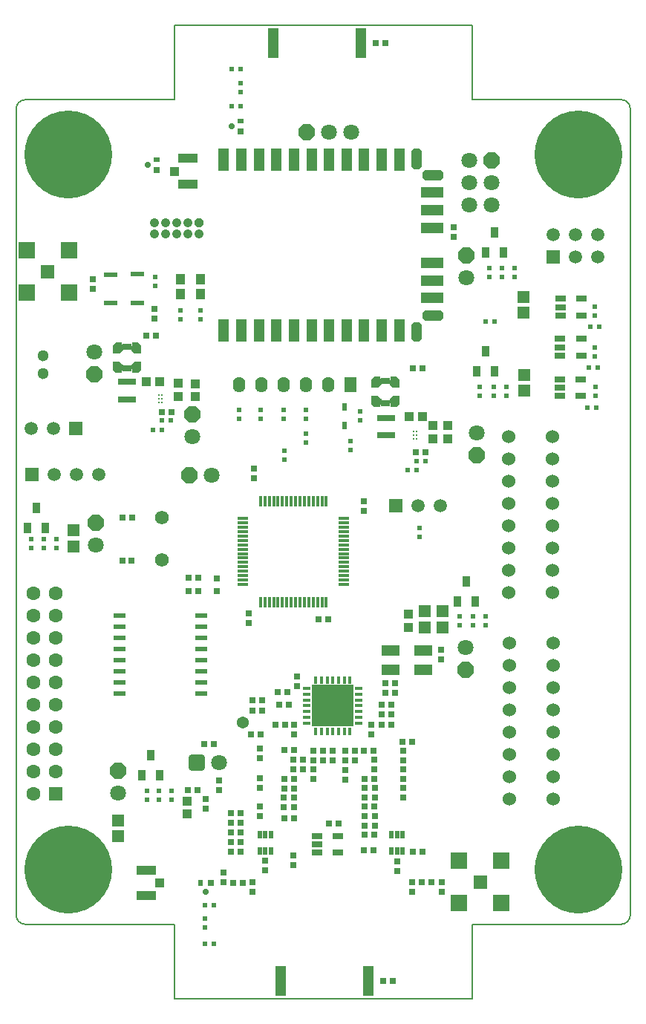
<source format=gts>
G04 Layer_Color=32768*
%FSLAX44Y44*%
%MOMM*%
G71*
G01*
G75*
%ADD15R,2.0000X0.8000*%
%ADD16R,0.6500X0.6500*%
%ADD18R,0.6500X0.6500*%
%ADD20R,2.0000X1.2000*%
%ADD21R,1.9600X1.9600*%
%ADD22R,1.5700X1.5700*%
%ADD23R,1.0500X1.0000*%
%ADD24R,2.2000X1.0500*%
%ADD25R,1.9600X1.9600*%
%ADD26R,1.5700X1.5700*%
%ADD27C,0.2300*%
%ADD29R,1.4000X0.6000*%
G04:AMPARAMS|DCode=31|XSize=1.2mm|YSize=2.3mm|CornerRadius=0mm|HoleSize=0mm|Usage=FLASHONLY|Rotation=90.000|XOffset=0mm|YOffset=0mm|HoleType=Round|Shape=Octagon|*
%AMOCTAGOND31*
4,1,8,-1.1500,-0.3000,-1.1500,0.3000,-0.8500,0.6000,0.8500,0.6000,1.1500,0.3000,1.1500,-0.3000,0.8500,-0.6000,-0.8500,-0.6000,-1.1500,-0.3000,0.0*
%
%ADD31OCTAGOND31*%

%ADD32R,2.5000X1.2000*%
%ADD33R,1.2000X2.5000*%
G04:AMPARAMS|DCode=34|XSize=1.2mm|YSize=2.3mm|CornerRadius=0mm|HoleSize=0mm|Usage=FLASHONLY|Rotation=180.000|XOffset=0mm|YOffset=0mm|HoleType=Round|Shape=Octagon|*
%AMOCTAGOND34*
4,1,8,0.3000,-1.1500,-0.3000,-1.1500,-0.6000,-0.8500,-0.6000,0.8500,-0.3000,1.1500,0.3000,1.1500,0.6000,0.8500,0.6000,-0.8500,0.3000,-1.1500,0.0*
%
%ADD34OCTAGOND34*%

G04:AMPARAMS|DCode=35|XSize=1.2mm|YSize=2.2mm|CornerRadius=0mm|HoleSize=0mm|Usage=FLASHONLY|Rotation=180.000|XOffset=0mm|YOffset=0mm|HoleType=Round|Shape=Octagon|*
%AMOCTAGOND35*
4,1,8,0.3000,-1.1000,-0.3000,-1.1000,-0.6000,-0.8000,-0.6000,0.8000,-0.3000,1.1000,0.3000,1.1000,0.6000,0.8000,0.6000,-0.8000,0.3000,-1.1000,0.0*
%
%ADD35OCTAGOND35*%

%ADD36R,0.8890X1.2700*%
%ADD37R,1.5000X0.6000*%
%ADD39R,0.6096X0.5842*%
%ADD40R,0.5842X0.6096*%
%ADD41R,0.7620X0.7620*%
%ADD42R,1.0200X0.7600*%
%ADD43R,0.6300X0.6500*%
G04:AMPARAMS|DCode=44|XSize=0.63mm|YSize=0.65mm|CornerRadius=0mm|HoleSize=0mm|Usage=FLASHONLY|Rotation=180.000|XOffset=0mm|YOffset=0mm|HoleType=Round|Shape=Octagon|*
%AMOCTAGOND44*
4,1,8,0.1575,-0.3250,-0.1575,-0.3250,-0.3150,-0.1675,-0.3150,0.1675,-0.1575,0.3250,0.1575,0.3250,0.3150,0.1675,0.3150,-0.1675,0.1575,-0.3250,0.0*
%
%ADD44OCTAGOND44*%

%ADD45R,0.6500X0.6300*%
G04:AMPARAMS|DCode=46|XSize=0.63mm|YSize=0.65mm|CornerRadius=0mm|HoleSize=0mm|Usage=FLASHONLY|Rotation=90.000|XOffset=0mm|YOffset=0mm|HoleType=Round|Shape=Octagon|*
%AMOCTAGOND46*
4,1,8,-0.3250,-0.1575,-0.3250,0.1575,-0.1675,0.3150,0.1675,0.3150,0.3250,0.1575,0.3250,-0.1575,0.1675,-0.3150,-0.1675,-0.3150,-0.3250,-0.1575,0.0*
%
%ADD46OCTAGOND46*%

%ADD50R,0.5400X0.8600*%
%ADD54R,1.2000X0.3000*%
%ADD55R,0.3000X1.2000*%
%ADD58C,0.2000*%
%ADD66C,1.5000*%
%ADD68R,1.5000X1.5000*%
%ADD69C,1.8000*%
%ADD70P,1.9483X8X292.5*%
%ADD71C,1.5240*%
%ADD72C,1.3000*%
%ADD73O,1.3970X1.7780*%
%ADD74R,1.3970X1.7780*%
%ADD77P,1.9483X8X22.5*%
%ADD78C,10.0000*%
%ADD79C,1.0500*%
%ADD80P,1.1365X8X292.5*%
%ADD81C,1.5748*%
%ADD166R,0.7500X0.7500*%
%ADD167R,1.2000X3.4000*%
%ADD168R,0.7500X0.7500*%
%ADD169R,1.4000X1.4000*%
%ADD170R,1.2000X0.7500*%
%ADD171R,0.5000X0.9500*%
%ADD172C,1.3700*%
%ADD173R,1.1000X1.2000*%
%ADD174R,1.0000X1.0000*%
%ADD175R,1.0000X1.0000*%
%ADD176R,4.7000X4.7000*%
%ADD177R,0.9000X0.4000*%
%ADD178R,0.4000X0.9000*%
%ADD179C,1.6000*%
G04:AMPARAMS|DCode=180|XSize=1.6mm|YSize=1.6mm|CornerRadius=0.125mm|HoleSize=0mm|Usage=FLASHONLY|Rotation=90.000|XOffset=0mm|YOffset=0mm|HoleType=Round|Shape=RoundedRectangle|*
%AMROUNDEDRECTD180*
21,1,1.6000,1.3500,0,0,90.0*
21,1,1.3500,1.6000,0,0,90.0*
1,1,0.2500,0.6750,0.6750*
1,1,0.2500,0.6750,-0.6750*
1,1,0.2500,-0.6750,-0.6750*
1,1,0.2500,-0.6750,0.6750*
%
%ADD180ROUNDEDRECTD180*%
G04:AMPARAMS|DCode=181|XSize=1.8mm|YSize=1.8mm|CornerRadius=0.22mm|HoleSize=0mm|Usage=FLASHONLY|Rotation=0.000|XOffset=0mm|YOffset=0mm|HoleType=Round|Shape=RoundedRectangle|*
%AMROUNDEDRECTD181*
21,1,1.8000,1.3600,0,0,0.0*
21,1,1.3600,1.8000,0,0,0.0*
1,1,0.4400,0.6800,-0.6800*
1,1,0.4400,-0.6800,-0.6800*
1,1,0.4400,-0.6800,0.6800*
1,1,0.4400,0.6800,0.6800*
%
%ADD181ROUNDEDRECTD181*%
G36*
X236366Y615026D02*
X236276D01*
X232806Y611556D01*
X225026D01*
X225046Y611576D01*
Y620816D01*
X228416Y624186D01*
X235006D01*
X236366Y615026D01*
D02*
G37*
G36*
X257146Y620836D02*
Y611596D01*
X257166Y611576D01*
X249386D01*
X245916Y615046D01*
X245826D01*
X247186Y624206D01*
X253776D01*
X257146Y620836D01*
D02*
G37*
G36*
X236206Y598666D02*
X236296D01*
X234936Y589506D01*
X228346D01*
X224976Y592876D01*
Y602116D01*
X224956Y602136D01*
X232736D01*
X236206Y598666D01*
D02*
G37*
G36*
X257076Y602136D02*
Y592896D01*
X253706Y589526D01*
X247116D01*
X245756Y598686D01*
X245846D01*
X249316Y602156D01*
X257096D01*
X257076Y602136D01*
D02*
G37*
G36*
X-58274Y654396D02*
X-58364D01*
X-61834Y650926D01*
X-69614D01*
X-69594Y650946D01*
Y660186D01*
X-66224Y663556D01*
X-59634D01*
X-58274Y654396D01*
D02*
G37*
G36*
X-37494Y660206D02*
Y650966D01*
X-37474Y650946D01*
X-45254D01*
X-48724Y654416D01*
X-48814D01*
X-47454Y663576D01*
X-40864D01*
X-37494Y660206D01*
D02*
G37*
G36*
X-58434Y638036D02*
X-58344D01*
X-59704Y628876D01*
X-66294D01*
X-69664Y632246D01*
Y641486D01*
X-69684Y641506D01*
X-61904D01*
X-58434Y638036D01*
D02*
G37*
G36*
X-37564Y641506D02*
Y632266D01*
X-40934Y628896D01*
X-47524D01*
X-48884Y638056D01*
X-48794D01*
X-45324Y641526D01*
X-37544D01*
X-37564Y641506D01*
D02*
G37*
D15*
X-53594Y598330D02*
D03*
Y618330D02*
D03*
X241300Y577436D02*
D03*
Y557436D02*
D03*
D16*
X42000Y47000D02*
D03*
D18*
X76000Y903500D02*
D03*
X-20000Y860000D02*
D03*
D20*
X284000Y290000D02*
D03*
X247000D02*
D03*
Y312000D02*
D03*
X284000D02*
D03*
D21*
X324800Y72200D02*
D03*
X373200D02*
D03*
X324800Y23800D02*
D03*
X373200D02*
D03*
D22*
X349000Y48000D02*
D03*
D23*
X244Y858520D02*
D03*
X-16246Y47008D02*
D03*
D24*
X15494Y843770D02*
D03*
Y873270D02*
D03*
X-31496Y61758D02*
D03*
Y32258D02*
D03*
D25*
X-168200Y719800D02*
D03*
Y768200D02*
D03*
X-119800Y719800D02*
D03*
Y768200D02*
D03*
D26*
X-144000Y744000D02*
D03*
D27*
X-13748Y594932D02*
D03*
X-17748D02*
D03*
X-13748Y598932D02*
D03*
X-17748D02*
D03*
X-13748Y602932D02*
D03*
X-17748D02*
D03*
X276718Y553466D02*
D03*
X272718D02*
D03*
X276718Y557466D02*
D03*
X272718D02*
D03*
X276718Y561466D02*
D03*
X272718D02*
D03*
D29*
X30700Y352000D02*
D03*
Y339300D02*
D03*
Y326600D02*
D03*
Y313900D02*
D03*
Y301200D02*
D03*
Y288500D02*
D03*
Y275800D02*
D03*
Y263100D02*
D03*
X-62000D02*
D03*
Y275800D02*
D03*
Y288500D02*
D03*
Y301200D02*
D03*
Y313900D02*
D03*
Y326600D02*
D03*
Y339300D02*
D03*
Y352000D02*
D03*
D31*
X295210Y854070D02*
D03*
Y694070D02*
D03*
D32*
X294210Y834070D02*
D03*
Y814070D02*
D03*
Y754070D02*
D03*
Y794070D02*
D03*
Y734070D02*
D03*
Y714070D02*
D03*
D33*
X236710Y871570D02*
D03*
X256710D02*
D03*
X216710D02*
D03*
X236710Y676570D02*
D03*
X216710D02*
D03*
X256710D02*
D03*
X176710Y871570D02*
D03*
X196710D02*
D03*
X156710D02*
D03*
X76710D02*
D03*
X96710D02*
D03*
X56710D02*
D03*
X136710D02*
D03*
X116710D02*
D03*
X136710Y676570D02*
D03*
X156710D02*
D03*
X116710D02*
D03*
X196710D02*
D03*
X176710D02*
D03*
X56710D02*
D03*
X96710D02*
D03*
X76710D02*
D03*
D34*
X276710Y872570D02*
D03*
D35*
X276710Y675570D02*
D03*
D36*
X-37160Y169570D02*
D03*
X-27000Y192430D02*
D03*
X-16840Y169570D02*
D03*
X323214Y368268D02*
D03*
X333374Y391128D02*
D03*
X343534Y368268D02*
D03*
X344678Y630682D02*
D03*
X354838Y653542D02*
D03*
X364998Y630682D02*
D03*
X-167640Y451612D02*
D03*
X-157480Y474472D02*
D03*
X-147320Y451612D02*
D03*
X354840Y765570D02*
D03*
X365000Y788430D02*
D03*
X375160Y765570D02*
D03*
D37*
X-72000Y740500D02*
D03*
Y708000D02*
D03*
X-42000Y708500D02*
D03*
Y741000D02*
D03*
D39*
X-13732Y563880D02*
D03*
X-23892D02*
D03*
X-3572Y574548D02*
D03*
X-13732D02*
D03*
X474234Y680974D02*
D03*
X484394D02*
D03*
X473218Y634492D02*
D03*
X483378D02*
D03*
X471440Y589026D02*
D03*
X481600D02*
D03*
X365506Y686816D02*
D03*
X355346D02*
D03*
X45160Y-22606D02*
D03*
X35000D02*
D03*
Y21270D02*
D03*
X45160D02*
D03*
X276082Y517398D02*
D03*
X265922D02*
D03*
X286242Y527558D02*
D03*
X276082D02*
D03*
X76160Y974750D02*
D03*
X66000D02*
D03*
X65840Y932688D02*
D03*
X76000D02*
D03*
D40*
X279400Y451866D02*
D03*
Y441706D02*
D03*
X479552Y704088D02*
D03*
Y693928D02*
D03*
Y657860D02*
D03*
Y647700D02*
D03*
X480568Y612394D02*
D03*
Y602234D02*
D03*
X35000Y-3660D02*
D03*
Y6500D02*
D03*
X-31000Y141840D02*
D03*
Y152000D02*
D03*
X-17000Y141840D02*
D03*
Y152000D02*
D03*
X212000Y574840D02*
D03*
Y585000D02*
D03*
X-3000Y141840D02*
D03*
Y152000D02*
D03*
X74000Y575840D02*
D03*
Y586000D02*
D03*
X99000Y575840D02*
D03*
Y586000D02*
D03*
X125000Y575840D02*
D03*
Y586000D02*
D03*
X126000Y540160D02*
D03*
Y530000D02*
D03*
X150000Y575840D02*
D03*
Y586000D02*
D03*
X201000Y540840D02*
D03*
Y551000D02*
D03*
X150000Y548840D02*
D03*
Y559000D02*
D03*
X-22000Y738160D02*
D03*
Y728000D02*
D03*
X355374Y340538D02*
D03*
Y350698D02*
D03*
X325374Y340538D02*
D03*
Y350698D02*
D03*
X340374Y340538D02*
D03*
Y350698D02*
D03*
X378968Y602742D02*
D03*
Y612902D02*
D03*
X348488Y602488D02*
D03*
Y612648D02*
D03*
X364668Y602462D02*
D03*
Y612622D02*
D03*
X30000Y700160D02*
D03*
Y690000D02*
D03*
X7000Y700160D02*
D03*
Y690000D02*
D03*
X-134000Y428840D02*
D03*
Y439000D02*
D03*
X-149000Y428840D02*
D03*
Y439000D02*
D03*
X388000Y737840D02*
D03*
Y748000D02*
D03*
X-163000Y428840D02*
D03*
Y439000D02*
D03*
X76000Y948840D02*
D03*
Y959000D02*
D03*
X359000Y737840D02*
D03*
Y748000D02*
D03*
X374000Y737840D02*
D03*
Y748000D02*
D03*
D41*
X49000Y380015D02*
D03*
Y393985D02*
D03*
D42*
X241046Y594326D02*
D03*
X241076Y619386D02*
D03*
X-53594Y633696D02*
D03*
X-53564Y658756D02*
D03*
D43*
X30000Y47000D02*
D03*
D44*
X36000Y37000D02*
D03*
D45*
X76000Y915500D02*
D03*
X-20000Y872000D02*
D03*
D46*
X66000Y909500D02*
D03*
X-30000Y866000D02*
D03*
D50*
X194000Y568300D02*
D03*
Y589700D02*
D03*
D54*
X78500Y462500D02*
D03*
Y457500D02*
D03*
Y452500D02*
D03*
Y447500D02*
D03*
Y442500D02*
D03*
Y437500D02*
D03*
Y432500D02*
D03*
Y427500D02*
D03*
Y422500D02*
D03*
Y417500D02*
D03*
Y412500D02*
D03*
Y407500D02*
D03*
Y402500D02*
D03*
Y397500D02*
D03*
Y392500D02*
D03*
Y387500D02*
D03*
X193500D02*
D03*
Y392500D02*
D03*
Y397500D02*
D03*
Y402500D02*
D03*
Y407500D02*
D03*
Y412500D02*
D03*
Y417500D02*
D03*
Y422500D02*
D03*
Y427500D02*
D03*
Y432500D02*
D03*
Y437500D02*
D03*
Y442500D02*
D03*
Y447500D02*
D03*
Y452500D02*
D03*
Y457500D02*
D03*
Y462500D02*
D03*
D55*
X98500Y367500D02*
D03*
X103500D02*
D03*
X108500D02*
D03*
X113500D02*
D03*
X118500D02*
D03*
X123500D02*
D03*
X128500D02*
D03*
X133500D02*
D03*
X138500D02*
D03*
X143500D02*
D03*
X148500D02*
D03*
X153500D02*
D03*
X158500D02*
D03*
X163500D02*
D03*
X168500D02*
D03*
X173500D02*
D03*
Y482500D02*
D03*
X168500D02*
D03*
X163500D02*
D03*
X158500D02*
D03*
X153500D02*
D03*
X148500D02*
D03*
X143500D02*
D03*
X138500D02*
D03*
X133500D02*
D03*
X128500D02*
D03*
X123500D02*
D03*
X118500D02*
D03*
X113500D02*
D03*
X108500D02*
D03*
X103500D02*
D03*
X98500D02*
D03*
D58*
X520000Y930000D02*
G03*
X510000Y940000I-10000J0D01*
G01*
Y0D02*
G03*
X520000Y10000I0J10000D01*
G01*
X-180000D02*
G03*
X-170000Y0I10000J0D01*
G01*
Y940000D02*
G03*
X-180000Y930000I0J-10000D01*
G01*
X0Y-85000D02*
X340000D01*
X0Y1025000D02*
X340000D01*
X0Y940000D02*
Y1025000D01*
X340000Y940000D02*
Y1025000D01*
Y-85000D02*
Y0D01*
X0Y-85000D02*
Y0D01*
X-165000D02*
X0D01*
X-170000Y940000D02*
X0D01*
X-180000Y10000D02*
Y930000D01*
X340000Y940000D02*
X505000D01*
X340000Y0D02*
X505000D01*
X520000Y10000D02*
Y930000D01*
X505000Y940000D02*
X510000D01*
X505000Y0D02*
X510000D01*
X-170000D02*
X-165000D01*
D66*
X-85800Y513000D02*
D03*
X-111200D02*
D03*
X-136600D02*
D03*
X432562Y786384D02*
D03*
X457962Y760984D02*
D03*
Y786384D02*
D03*
X483362Y760984D02*
D03*
Y786384D02*
D03*
X-137400Y565000D02*
D03*
X-162800D02*
D03*
X278384Y476758D02*
D03*
X303784D02*
D03*
D68*
X-162000Y513000D02*
D03*
X432562Y760984D02*
D03*
X-112000Y565000D02*
D03*
X252984Y476758D02*
D03*
D69*
X21082Y555752D02*
D03*
X332740Y736854D02*
D03*
X51400Y184000D02*
D03*
X201550Y902750D02*
D03*
X176150D02*
D03*
X332486Y315468D02*
D03*
X42418Y511556D02*
D03*
X-64000Y149600D02*
D03*
X-89000Y432600D02*
D03*
X344678Y560324D02*
D03*
X-91440Y652780D02*
D03*
X336600Y845600D02*
D03*
X362000D02*
D03*
X336600Y871000D02*
D03*
X362000Y820200D02*
D03*
X336600D02*
D03*
D70*
X21082Y581152D02*
D03*
X332740Y762254D02*
D03*
X332486Y290068D02*
D03*
X-64000Y175000D02*
D03*
X-89000Y458000D02*
D03*
X344678Y534924D02*
D03*
X-91440Y627380D02*
D03*
D71*
X431038Y378206D02*
D03*
Y403606D02*
D03*
Y429006D02*
D03*
Y454406D02*
D03*
Y479806D02*
D03*
Y505206D02*
D03*
Y530606D02*
D03*
Y556006D02*
D03*
X381038Y378206D02*
D03*
Y403606D02*
D03*
Y429006D02*
D03*
Y454406D02*
D03*
Y479806D02*
D03*
Y505206D02*
D03*
Y530606D02*
D03*
Y556006D02*
D03*
X432016Y142494D02*
D03*
Y167894D02*
D03*
Y193294D02*
D03*
Y218694D02*
D03*
Y244094D02*
D03*
Y269494D02*
D03*
Y294894D02*
D03*
Y320294D02*
D03*
X382016Y142494D02*
D03*
Y167894D02*
D03*
Y193294D02*
D03*
Y218694D02*
D03*
Y244094D02*
D03*
Y269494D02*
D03*
Y294894D02*
D03*
Y320294D02*
D03*
D72*
X-149860Y627794D02*
D03*
Y647794D02*
D03*
D73*
X150200Y615000D02*
D03*
X99400D02*
D03*
X175600D02*
D03*
X124800D02*
D03*
X74000D02*
D03*
D74*
X201000D02*
D03*
D77*
X150750Y902750D02*
D03*
X17018Y511556D02*
D03*
X362000Y871000D02*
D03*
D78*
X461000Y62500D02*
D03*
X-121000D02*
D03*
X461000Y877500D02*
D03*
X-121000D02*
D03*
D79*
X-22720Y800000D02*
D03*
X-10020D02*
D03*
X2680D02*
D03*
X15380D02*
D03*
X-22720Y787300D02*
D03*
X-10020D02*
D03*
X2680D02*
D03*
X15380D02*
D03*
X28080D02*
D03*
D80*
Y800000D02*
D03*
D81*
X-14000Y415000D02*
D03*
Y463800D02*
D03*
D166*
X249050Y-64770D02*
D03*
X238050D02*
D03*
X240800Y1004570D02*
D03*
X229800D02*
D03*
X16500Y380000D02*
D03*
X27500D02*
D03*
X-58840Y414908D02*
D03*
X-48680D02*
D03*
X-58840Y463800D02*
D03*
X-47840D02*
D03*
X99988Y243078D02*
D03*
X88988D02*
D03*
X130976Y249936D02*
D03*
X119976D02*
D03*
X100242Y255270D02*
D03*
X89242D02*
D03*
X128778Y264922D02*
D03*
X117778D02*
D03*
X45500Y205000D02*
D03*
X34500D02*
D03*
X75500Y127000D02*
D03*
X64500D02*
D03*
X15500Y153000D02*
D03*
X26500D02*
D03*
X64500Y94000D02*
D03*
X75500D02*
D03*
X64500Y116000D02*
D03*
X75500D02*
D03*
Y105000D02*
D03*
X64500D02*
D03*
X78500Y47000D02*
D03*
X67500D02*
D03*
X282500Y48000D02*
D03*
X293500D02*
D03*
X126500Y227000D02*
D03*
X115500D02*
D03*
X216500Y198000D02*
D03*
X227500D02*
D03*
X136500Y166000D02*
D03*
X125500D02*
D03*
X-13628Y584200D02*
D03*
X-2628D02*
D03*
X16500Y395000D02*
D03*
X27500D02*
D03*
X275932Y538226D02*
D03*
X286932D02*
D03*
X247500Y227000D02*
D03*
X236500D02*
D03*
X251500Y275000D02*
D03*
X240500D02*
D03*
X283500Y83000D02*
D03*
X272500D02*
D03*
X271500Y208000D02*
D03*
X260500D02*
D03*
X217500Y102000D02*
D03*
X228500D02*
D03*
X217500Y134000D02*
D03*
X228500D02*
D03*
X217500Y166000D02*
D03*
X228500D02*
D03*
X227500Y84000D02*
D03*
X216500D02*
D03*
X164500Y348000D02*
D03*
X175500D02*
D03*
X75500Y83000D02*
D03*
X64500D02*
D03*
X87500Y216000D02*
D03*
X98500D02*
D03*
X136500Y121000D02*
D03*
X125500D02*
D03*
X136500Y155000D02*
D03*
X125500D02*
D03*
Y199000D02*
D03*
X136500D02*
D03*
X176500Y115000D02*
D03*
X187500D02*
D03*
X251500Y264000D02*
D03*
X240500D02*
D03*
X247500Y239000D02*
D03*
X236500D02*
D03*
X247500Y250000D02*
D03*
X236500D02*
D03*
X-31900Y671163D02*
D03*
X-20900D02*
D03*
X272376Y633730D02*
D03*
X283376D02*
D03*
D167*
X113000Y1005000D02*
D03*
X213000D02*
D03*
X221250Y-64750D02*
D03*
X121250D02*
D03*
D168*
X318500Y783250D02*
D03*
Y794250D02*
D03*
X98000Y155500D02*
D03*
Y166500D02*
D03*
X261000Y165500D02*
D03*
Y176500D02*
D03*
X225000Y216500D02*
D03*
Y227500D02*
D03*
X229000Y123500D02*
D03*
Y112500D02*
D03*
Y155500D02*
D03*
Y144500D02*
D03*
X228000Y187500D02*
D03*
Y176500D02*
D03*
X125000Y144500D02*
D03*
Y133500D02*
D03*
X147000Y187500D02*
D03*
Y176500D02*
D03*
X195000Y186500D02*
D03*
Y197500D02*
D03*
X36068Y131660D02*
D03*
Y142660D02*
D03*
X159000Y186500D02*
D03*
Y197500D02*
D03*
X85000Y354500D02*
D03*
Y343500D02*
D03*
X304000Y301500D02*
D03*
Y312500D02*
D03*
X56000Y58500D02*
D03*
Y47500D02*
D03*
X89000Y36500D02*
D03*
Y47500D02*
D03*
X136144Y67652D02*
D03*
Y78652D02*
D03*
X51000Y152500D02*
D03*
Y163500D02*
D03*
X305000Y36500D02*
D03*
Y47500D02*
D03*
X271000Y36500D02*
D03*
Y47500D02*
D03*
X254000Y60500D02*
D03*
Y71500D02*
D03*
X261000Y144500D02*
D03*
Y155500D02*
D03*
Y186500D02*
D03*
Y197500D02*
D03*
X181000Y186500D02*
D03*
Y197500D02*
D03*
X217000Y112500D02*
D03*
Y123500D02*
D03*
Y144500D02*
D03*
Y155500D02*
D03*
X206000Y186500D02*
D03*
Y197500D02*
D03*
X91000Y519500D02*
D03*
Y508500D02*
D03*
X170000Y186500D02*
D03*
Y197500D02*
D03*
X216000Y471500D02*
D03*
Y482500D02*
D03*
X140000Y271500D02*
D03*
Y282500D02*
D03*
X104000Y61500D02*
D03*
Y72500D02*
D03*
X98000Y123500D02*
D03*
Y134500D02*
D03*
Y189500D02*
D03*
Y200500D02*
D03*
X137000Y216500D02*
D03*
Y227500D02*
D03*
X-22098Y701206D02*
D03*
Y690206D02*
D03*
X-93000Y735500D02*
D03*
Y724500D02*
D03*
X137000Y133500D02*
D03*
Y144500D02*
D03*
X136000Y176500D02*
D03*
Y187500D02*
D03*
X159000Y165500D02*
D03*
Y176500D02*
D03*
X195000Y164500D02*
D03*
Y175500D02*
D03*
D169*
X-115000Y449000D02*
D03*
Y431000D02*
D03*
X285750Y356726D02*
D03*
Y338726D02*
D03*
X-64000Y100000D02*
D03*
Y118000D02*
D03*
X306374Y356698D02*
D03*
Y338698D02*
D03*
X399288Y626220D02*
D03*
Y608220D02*
D03*
X398000Y697000D02*
D03*
Y715000D02*
D03*
D170*
X464312Y712978D02*
D03*
Y693978D02*
D03*
X440312D02*
D03*
Y703478D02*
D03*
Y712978D02*
D03*
X463982Y667328D02*
D03*
Y648328D02*
D03*
X439982D02*
D03*
Y657828D02*
D03*
Y667328D02*
D03*
X463820Y621354D02*
D03*
Y602354D02*
D03*
X439820D02*
D03*
Y611854D02*
D03*
Y621354D02*
D03*
X163000Y100500D02*
D03*
Y91000D02*
D03*
Y81500D02*
D03*
X187000D02*
D03*
Y100500D02*
D03*
D171*
X260500Y83500D02*
D03*
X254000D02*
D03*
X247500D02*
D03*
Y102500D02*
D03*
X254000D02*
D03*
X260500D02*
D03*
X110500Y83500D02*
D03*
X104000D02*
D03*
X97500D02*
D03*
Y102500D02*
D03*
X104000D02*
D03*
X110500D02*
D03*
D172*
X78000Y230000D02*
D03*
D173*
X30000Y718500D02*
D03*
Y735500D02*
D03*
X7000Y718500D02*
D03*
Y735500D02*
D03*
D174*
X24384Y601338D02*
D03*
Y616338D02*
D03*
X4930Y601592D02*
D03*
Y616592D02*
D03*
X267208Y338448D02*
D03*
Y353448D02*
D03*
X15000Y140500D02*
D03*
Y125500D02*
D03*
X295402Y553586D02*
D03*
Y568586D02*
D03*
X311912Y553586D02*
D03*
Y568586D02*
D03*
D175*
X-31376Y618236D02*
D03*
X-16376D02*
D03*
X268090Y578866D02*
D03*
X283090D02*
D03*
D176*
X181000Y249000D02*
D03*
D177*
X210500Y229500D02*
D03*
Y236000D02*
D03*
Y242500D02*
D03*
Y249000D02*
D03*
Y255500D02*
D03*
Y262000D02*
D03*
Y268500D02*
D03*
X151500D02*
D03*
Y262000D02*
D03*
Y255500D02*
D03*
Y249000D02*
D03*
Y242500D02*
D03*
Y236000D02*
D03*
Y229500D02*
D03*
D178*
X200500Y278500D02*
D03*
X194000D02*
D03*
X187500D02*
D03*
X181000D02*
D03*
X174500D02*
D03*
X168000D02*
D03*
X161500D02*
D03*
Y219500D02*
D03*
X168000D02*
D03*
X174500D02*
D03*
X181000D02*
D03*
X187500D02*
D03*
X194000D02*
D03*
X200500D02*
D03*
D179*
X-160400Y377600D02*
D03*
X-135000D02*
D03*
X-160400Y352200D02*
D03*
X-135000D02*
D03*
X-160400Y326800D02*
D03*
X-135000D02*
D03*
X-160400Y301400D02*
D03*
X-135000D02*
D03*
X-160400Y276000D02*
D03*
X-135000D02*
D03*
X-160400Y250600D02*
D03*
X-135000D02*
D03*
X-160400Y225200D02*
D03*
X-135000D02*
D03*
X-160400Y199800D02*
D03*
X-135000D02*
D03*
X-160400Y174400D02*
D03*
X-135000D02*
D03*
X-160400Y149000D02*
D03*
D180*
X-135000D02*
D03*
D181*
X26000Y184000D02*
D03*
M02*

</source>
